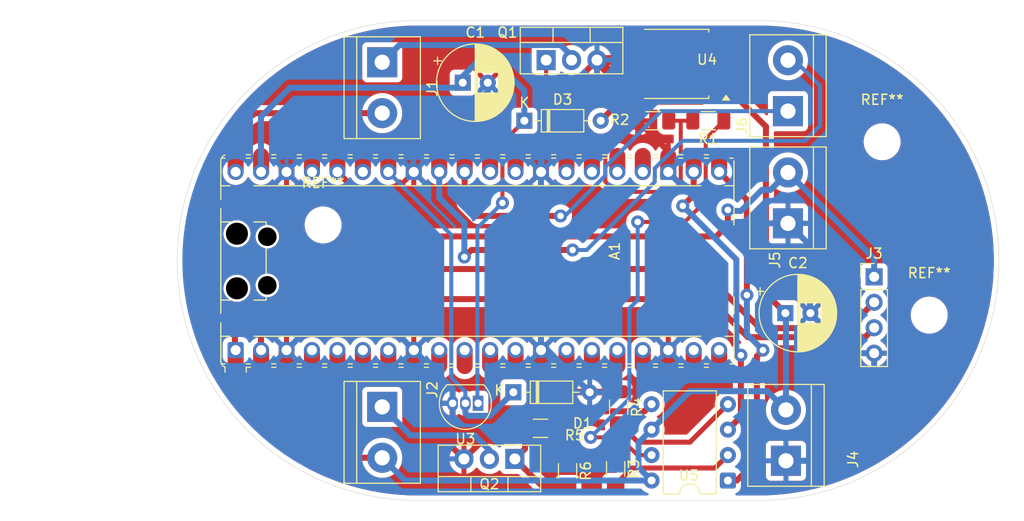
<source format=kicad_pcb>
(kicad_pcb (version 20241229) (generator "pcbnew") (generator_version "9.0")
  (layers (0 "F.Cu" signal) (2 "B.Cu" signal) (13 "F.Paste" user) (15 "B.Paste" user) (5 "F.SilkS" user "F.Silkscreen") (7 "B.SilkS" user "B.Silkscreen") (1 "F.Mask" user) (3 "B.Mask" user) (25 "Edge.Cuts" user))
  (net 0 "")
  (net 1 "GND")
  (net 2 "Net-(Q1-G)")
  (net 3 "Net-(R1-Pad1)")
  (net 10 "Net-(A1-GPIO16)")
  (net 14 "Net-(A1-GPIO17)")
  (net 19 "Net-(A1-GPIO1)")
  (net 20 "Net-(A1-GPIO26_ADC0)")
  (net 24 "Net-(A1-GPIO0)")
  (net 25 "Net-(A1-VSYS)")
  (net 28 "Net-(A1-GPIO27_ADC1)")
  (net 29 "Net-(A1-GPIO28_ADC2)")
  (net 34 "Net-(A1-3V3)")
  (net 36 "+24V")
  (net 37 "Net-(D3-A)")
  (net 38 "Net-(J1-Pin_1)")
  (net 39 "Net-(J2-Pin_1)")
  (net 40 "Net-(Q2-G)")
  (net 41 "Net-(R3-Pad2)")
  (net 42 "Net-(R4-Pad2)")
  (net 43 "Net-(R5-Pad1)")
  (footprint "MountingHole:MountingHole_3.2mm_M3" (layer "F.Cu") (at 118.1 91.9)
    (property "Reference" "REF**")
    (property "Value" "MountingHole_3.2mm_M3")
  )
  (footprint "Capacitor_THT:CP_Radial_D7.5mm_P2.50mm" (layer "F.Cu") (at 164.238606 100.7)
    (property "Reference" "C2")
    (property "Value" "100µF30V")
  )
  (footprint "Package_TO_SOT_THT:TO-92_Inline" (layer "F.Cu") (at 133.57 109.7 180)
    (property "Reference" "U3")
    (property "Value" "LM35-LP")
  )
  (footprint "Resistor_SMD:R_1206_3216Metric_Pad1.30x1.75mm_HandSolder" (layer "F.Cu") (at 156.55 81.5 180)
    (property "Reference" "R1")
    (property "Value" "100")
  )
  (footprint "Diode_THT:D_DO-35_SOD27_P7.62mm_Horizontal" (layer "F.Cu") (at 138.19 81.5)
    (property "Reference" "D3")
    (property "Value" "1N4149")
  )
  (footprint "Diode_THT:D_DO-35_SOD27_P7.62mm_Horizontal" (layer "F.Cu") (at 137.09 108.6)
    (property "Reference" "D1")
    (property "Value" "3V")
  )
  (footprint "Package_TO_SOT_THT:TO-220-3_Vertical" (layer "F.Cu") (at 137.24 115.255 180)
    (property "Reference" "Q2")
    (property "Value" "IRF540N")
  )
  (footprint "TerminalBlock:TerminalBlock_bornier-2_P5.08mm" (layer "F.Cu") (at 164.3 115.44 90)
    (property "Reference" "J4")
    (property "Value" "Screw_Terminal_01x02")
  )
  (footprint "Capacitor_THT:CP_Radial_D7.5mm_P2.50mm" (layer "F.Cu") (at 132.038606 77.7)
    (property "Reference" "C1")
    (property "Value" "100µF")
  )
  (footprint "Package_DIP:DIP-8_W7.62mm" (layer "F.Cu") (at 158.505 117.41 180)
    (property "Reference" "U5")
    (property "Value" "PC827")
  )
  (footprint "Package_TO_SOT_THT:TO-220-3_Vertical" (layer "F.Cu") (at 140.36 75.445)
    (property "Reference" "Q1")
    (property "Value" "IRF540N")
  )
  (footprint "Resistor_SMD:R_1206_3216Metric_Pad1.30x1.75mm_HandSolder" (layer "F.Cu") (at 139.8 112.2 180)
    (property "Reference" "R5")
    (property "Value" "100")
  )
  (footprint "Resistor_SMD:R_1206_3216Metric_Pad1.30x1.75mm_HandSolder" (layer "F.Cu") (at 147.3 116.25 -90)
    (property "Reference" "R3")
    (property "Value" "1k")
  )
  (footprint "Module:RaspberryPi_Pico_Common_Unspecified" (layer "F.Cu") (at 133.5 95.5 90)
    (property "Reference" "A1")
    (property "Value" "RaspberryPi_Pico")
  )
  (footprint "Connector_PinHeader_2.54mm:PinHeader_1x04_P2.54mm_Vertical" (layer "F.Cu") (at 173.1 97.08)
    (property "Reference" "J3")
    (property "Value" "Conn_01x04")
  )
  (footprint "TerminalBlock:TerminalBlock_bornier-2_P5.08mm" (layer "F.Cu") (at 124 75.66 -90)
    (property "Reference" "J1")
    (property "Value" "Screw_Terminal_01x02")
  )
  (footprint "TerminalBlock:TerminalBlock_bornier-2_P5.08mm" (layer "F.Cu") (at 164.5 91.74 90)
    (property "Reference" "J5")
    (property "Value" "Screw_Terminal_01x02")
  )
  (footprint "MountingHole:MountingHole_3.2mm_M3" (layer "F.Cu") (at 173.9 83.6)
    (property "Reference" "REF**")
    (property "Value" "MountingHole_3.2mm_M3")
  )
  (footprint "Resistor_SMD:R_1206_3216Metric_Pad1.30x1.75mm_HandSolder" (layer "F.Cu") (at 142.5 116.45 -90)
    (property "Reference" "R6")
    (property "Value" "1k")
  )
  (footprint "TerminalBlock:TerminalBlock_bornier-2_P5.08mm" (layer "F.Cu") (at 164.5 80.54 90)
    (property "Reference" "J6")
    (property "Value" "Screw_Terminal_01x02")
  )
  (footprint "Resistor_SMD:R_1206_3216Metric_Pad1.30x1.75mm_HandSolder" (layer "F.Cu") (at 151.05 81.5)
    (property "Reference" "R2")
    (property "Value" "1k")
  )
  (footprint "Package_TO_SOT_SMD:TO-252-2" (layer "F.Cu") (at 153.285 75.825 180)
    (property "Reference" "U4")
    (property "Value" "LF50_TO252")
  )
  (footprint "Resistor_SMD:R_1206_3216Metric_Pad1.30x1.75mm_HandSolder" (layer "F.Cu") (at 147.6 110.1 -90)
    (property "Reference" "R4")
    (property "Value" "1k")
  )
  (footprint "TerminalBlock:TerminalBlock_bornier-2_P5.08mm" (layer "F.Cu") (at 124 110.06 -90)
    (property "Reference" "J2")
    (property "Value" "Screw_Terminal_01x02")
  )
  (footprint "MountingHole:MountingHole_3.2mm_M3" (layer "F.Cu") (at 178.6 100.9)
    (property "Reference" "REF**")
    (property "Value" "MountingHole_3.2mm_M3")
  )
  (gr_line (start 161.554995 119.4) (end 127.549249 119.399998) (stroke (width 0.05)) (layer "Edge.Cuts"))
  (gr_arc (start 127.549249 119.399999) (mid 103.55 95.497424) (end 127.454531 71.500123) (stroke (width 0.05)) (layer "Edge.Cuts"))
  (gr_line (start 127.455085 71.500123) (end 161.644692 71.500122) (stroke (width 0.05)) (layer "Edge.Cuts"))
  (gr_arc (start 161.644718 71.500122) (mid 185.54925 95.497424) (end 161.55 119.4) (stroke (width 0.05)) (layer "Edge.Cuts"))
  (segment (start 147.345 77.35) (end 145.44 75.445) (width 1) (layer "F.Cu") (net 1))
  (segment (start 147.55 108.6) (end 147.6 108.55) (width 0.6) (layer "F.Cu") (net 1))
  (segment (start 139.9 113.3) (end 141.5 114.9) (width 0.6) (layer "F.Cu") (net 1))
  (segment (start 149.0825 75.445) (end 150.425 74.1025) (width 0.6) (layer "F.Cu") (net 1))
  (segment (start 147.6 108.55) (end 142.35 108.55) (width 0.6) (layer "F.Cu") (net 1))
  (segment (start 152.55 84.55) (end 149.5 81.5) (width 0.6) (layer "F.Cu") (net 1))
  (segment (start 142.35 108.55) (end 139.9 111) (width 0.6) (layer "F.Cu") (net 1))
  (segment (start 152.55 104.39) (end 152.55 105.85) (width 0.6) (layer "F.Cu") (net 1))
  (segment (start 142.5 114.9) (end 147.1 114.9) (width 0.6) (layer "F.Cu") (net 1))
  (segment (start 132.16 115.255) (end 131.03 114.125) (width 0.6) (layer "F.Cu") (net 1))
  (segment (start 141.5 114.9) (end 142.5 114.9) (width 0.6) (layer "F.Cu") (net 1))
  (segment (start 140.6 110.3) (end 142.3 108.6) (width 0.6) (layer "F.Cu") (net 1))
  (segment (start 132.16 115.255) (end 137.115 110.3) (width 0.6) (layer "F.Cu") (net 1))
  (segment (start 131.03 114.125) (end 131.03 109.7) (width 0.6) (layer "F.Cu") (net 1))
  (segment (start 152.55 86.61) (end 152.55 84.55) (width 0.4) (layer "F.Cu") (net 1))
  (segment (start 142.3 108.6) (end 144.71 108.6) (width 0.6) (layer "F.Cu") (net 1))
  (segment (start 150.35 77.35) (end 147.345 77.35) (width 1) (layer "F.Cu") (net 1))
  (segment (start 149.85 108.55) (end 147.6 108.55) (width 0.6) (layer "F.Cu") (net 1))
  (segment (start 143.9 81.8) (end 143.9 76.985) (width 0.6) (layer "F.Cu") (net 1))
  (segment (start 139.9 111) (end 139.9 113.3) (width 0.6) (layer "F.Cu") (net 1))
  (segment (start 143.9 76.985) (end 145.44 75.445) (width 0.6) (layer "F.Cu") (net 1))
  (segment (start 147.9 83.1) (end 145.2 83.1) (width 0.6) (layer "F.Cu") (net 1))
  (segment (start 149.5 81.5) (end 147.9 83.1) (width 0.6) (layer "F.Cu") (net 1))
  (segment (start 147.1 114.9) (end 147.3 114.7) (width 0.6) (layer "F.Cu") (net 1))
  (segment (start 152.55 105.85) (end 149.85 108.55) (width 0.6) (layer "F.Cu") (net 1))
  (segment (start 144.71 108.6) (end 147.55 108.6) (width 0.6) (layer "F.Cu") (net 1))
  (segment (start 145.44 75.445) (end 149.0825 75.445) (width 1) (layer "F.Cu") (net 1))
  (segment (start 137.115 110.3) (end 140.6 110.3) (width 0.6) (layer "F.Cu") (net 1))
  (segment (start 145.2 83.1) (end 143.9 81.8) (width 0.6) (layer "F.Cu") (net 1))
  (segment (start 139.85 86.61) (end 139.9 86.56) (width 0.6) (layer "B.Cu") (net 1))
  (segment (start 134.538606 77.7) (end 134.538606 80.738606) (width 0.6) (layer "B.Cu") (net 1))
  (segment (start 134.538606 77.7) (end 134.538606 78.561394) (width 0.6) (layer "B.Cu") (net 1))
  (segment (start 134.538606 78.561394) (end 133.5 79.6) (width 0.6) (layer "B.Cu") (net 1))
  (segment (start 137.1 83.3) (end 138 83.3) (width 0.6) (layer "B.Cu") (net 1))
  (segment (start 127.1 82) (end 127.1 86.56) (width 0.6) (layer "B.Cu") (net 1))
  (segment (start 125.5 83.4) (end 127.15 85.05) (width 0.4) (layer "B.Cu") (net 1))
  (segment (start 114.45 104.39) (end 117.74 101.1) (width 0.6) (layer "B.Cu") (net 1))
  (segment (start 116.1 83.4) (end 125.5 83.4) (width 0.4) (layer "B.Cu") (net 1))
  (segment (start 145.44 77.96) (end 145.44 75.445) (width 0.6) (layer "B.Cu") (net 1))
  (segment (start 131.03 109.7) (end 131.03 108.27) (width 0.6) (layer "B.Cu") (net 1))
  (segment (start 173.1 104.7) (end 170.7 104.7) (width 0.6) (layer "B.Cu") (net 1))
  (segment (start 133.5 79.6) (end 129.5 79.6) (width 0.6) (layer "B.Cu") (net 1))
  (segment (start 134.538606 80.738606) (end 137.1 83.3) (width 0.6) (layer "B.Cu") (net 1))
  (segment (start 123.86 101.1) (end 127.15 104.39) (width 0.6) (layer "B.Cu") (net 1))
  (segment (start 173.1 104.7) (end 173.1 109) (width 0.6) (layer "B.Cu") (net 1))
  (segment (start 139.85 85.15) (end 139.85 86.61) (width 0.6) (layer "B.Cu") (net 1))
  (segment (start 114.45 85.05) (end 116.1 83.4) (width 0.4) (layer "B.Cu") (net 1))
  (segment (start 166.7 93.94) (end 166.7 100.661394) (width 0.6) (layer "B.Cu") (net 1))
  (segment (start 139.85 104.39) (end 139.85 86.61) (width 0.6) (layer "B.Cu") (net 1))
  (segment (start 127.15 85.05) (end 127.15 86.61) (width 0.4) (layer "B.Cu") (net 1))
  (segment (start 131.03 108.27) (end 127.15 104.39) (width 0.6) (layer "B.Cu") (net 1))
  (segment (start 166.7 100.661394) (end 166.738606 100.7) (width 0.6) (layer "B.Cu") (net 1))
  (segment (start 170.7 104.7) (end 166.738606 100.738606) (width 0.6) (layer "B.Cu") (net 1))
  (segment (start 114.45 86.61) (end 114.45 85.05) (width 0.4) (layer "B.Cu") (net 1))
  (segment (start 173.1 109) (end 166.66 115.44) (width 0.6) (layer "B.Cu") (net 1))
  (segment (start 139.9 86.56) (end 139.9 83.5) (width 0.6) (layer "B.Cu") (net 1))
  (segment (start 138 83.3) (end 139.85 85.15) (width 0.6) (layer "B.Cu") (net 1))
  (segment (start 117.74 101.1) (end 123.86 101.1) (width 0.6) (layer "B.Cu") (net 1))
  (segment (start 144.71 108.6) (end 140.5 104.39) (width 0.6) (layer "B.Cu") (net 1))
  (segment (start 157.68 91.74) (end 164.5 91.74) (width 0.6) (layer "B.Cu") (net 1))
  (segment (start 152.55 86.61) (end 157.68 91.74) (width 0.6) (layer "B.Cu") (net 1))
  (segment (start 166.66 115.44) (end 164.3 115.44) (width 0.6) (layer "B.Cu") (net 1))
  (segment (start 127.1 86.56) (end 127.15 86.61) (width 0.6) (layer "B.Cu") (net 1))
  (segment (start 164.5 91.74) (end 166.7 93.94) (width 0.6) (layer "B.Cu") (net 1))
  (segment (start 139.9 83.5) (end 145.44 77.96) (width 0.6) (layer "B.Cu") (net 1))
  (segment (start 140.5 104.39) (end 139.85 104.39) (width 0.6) (layer "B.Cu") (net 1))
  (segment (start 166.738606 100.738606) (end 166.738606 100.7) (width 0.6) (layer "B.Cu") (net 1))
  (segment (start 129.5 79.6) (end 127.1 82) (width 0.6) (layer "B.Cu") (net 1))
  (segment (start 144.509 83.809) (end 145.427472 83.809) (width 0.4) (layer "F.Cu") (net 2))
  (segment (start 153 88.6) (end 153.8 87.8) (width 0.4) (layer "F.Cu") (net 2))
  (segment (start 146.269 87.569) (end 147.3 88.6) (width 0.4) (layer "F.Cu") (net 2))
  (segment (start 152.6 81.5) (end 153.8 81.5) (width 0.4) (layer "F.Cu") (net 2))
  (segment (start 140.36 79.66) (end 144.509 83.809) (width 0.4) (layer "F.Cu") (net 2))
  (segment (start 140.36 75.445) (end 140.36 79.66) (width 0.4) (layer "F.Cu") (net 2))
  (segment (start 147.3 88.6) (end 153 88.6) (width 0.4) (layer "F.Cu") (net 2))
  (segment (start 153.8 87.8) (end 153.8 81.5) (width 0.4) (layer "F.Cu") (net 2))
  (segment (start 146.269 84.650528) (end 146.269 87.569) (width 0.4) (layer "F.Cu") (net 2))
  (segment (start 153.8 81.5) (end 155 81.5) (width 0.4) (layer "F.Cu") (net 2))
  (segment (start 145.427472 83.809) (end 146.269 84.650528) (width 0.4) (layer "F.Cu") (net 2))
  (segment (start 156.291 89.509) (end 156.291 83.309) (width 0.4) (layer "F.Cu") (net 3))
  (segment (start 154.2 91.6) (end 156.291 89.509) (width 0.4) (layer "F.Cu") (net 3))
  (segment (start 149.47 114.87) (end 150.885 114.87) (width 0.4) (layer "F.Cu") (net 3))
  (segment (start 147.7 113.1) (end 149.47 114.87) (width 0.4) (layer "F.Cu") (net 3))
  (segment (start 144.8 113.1) (end 147.7 113.1) (width 0.4) (layer "F.Cu") (net 3))
  (segment (start 149.5 91.6) (end 154.2 91.6) (width 0.4) (layer "F.Cu") (net 3))
  (segment (start 156.291 83.309) (end 158.1 81.5) (width 0.4) (layer "F.Cu") (net 3))
  (via (at 144.8 113.1) (size 1.3) (drill 0.65) (layers "F.Cu" "B.Cu") (net 3))
  (via (at 149.5 91.6) (size 1.3) (drill 0.65) (layers "F.Cu" "B.Cu") (net 3))
  (segment (start 148.671 100.229) (end 148.671 109.229) (width 0.4) (layer "B.Cu") (net 3))
  (segment (start 149.5 91.6) (end 149.5 99.4) (width 0.4) (layer "B.Cu") (net 3))
  (segment (start 149.5 99.4) (end 148.671 100.229) (width 0.4) (layer "B.Cu") (net 3))
  (segment (start 148.671 109.229) (end 144.8 113.1) (width 0.4) (layer "B.Cu") (net 3))
  (segment (start 160.4 89.38) (end 160.4 98.9) (width 0.6) (layer "F.Cu") (net 10))
  (segment (start 157.63 86.61) (end 160.4 89.38) (width 0.6) (layer "F.Cu") (net 10))
  (segment (start 162 104.4) (end 161.4 105) (width 0.6) (layer "F.Cu") (net 10))
  (segment (start 161.4 105) (end 161.4 115.4) (width 0.6) (layer "F.Cu") (net 10))
  (segment (start 161.4 115.4) (end 159.39 117.41) (width 0.6) (layer "F.Cu") (net 10))
  (segment (start 159.39 117.41) (end 158.505 117.41) (width 0.6) (layer "F.Cu") (net 10))
  (via (at 162 104.4) (size 1.3) (drill 0.65) (layers "F.Cu" "B.Cu") (net 10))
  (via (at 160.4 98.9) (size 1.3) (drill 0.65) (layers "F.Cu" "B.Cu") (net 10))
  (segment (start 160.4 102.8) (end 160.4 98.9) (width 0.6) (layer "B.Cu") (net 10))
  (segment (start 162 104.4) (end 160.4 102.8) (width 0.6) (layer "B.Cu") (net 10))
  (segment (start 159.8 111.035) (end 159.8 104.9) (width 0.6) (layer "F.Cu") (net 14))
  (segment (start 154 90) (end 155.09 88.91) (width 0.6) (layer "F.Cu") (net 14))
  (segment (start 158.505 112.33) (end 159.8 111.035) (width 0.6) (layer "F.Cu") (net 14))
  (segment (start 155.09 88.91) (end 155.09 85.81) (width 0.6) (layer "F.Cu") (net 14))
  (via (at 154 90) (size 1.3) (drill 0.65) (layers "F.Cu" "B.Cu") (net 14))
  (via (at 159.8 104.9) (size 1.3) (drill 0.65) (layers "F.Cu" "B.Cu") (net 14))
  (segment (start 159.349 104.449) (end 159.349 95.349) (width 0.6) (layer "B.Cu") (net 14))
  (segment (start 159.349 95.349) (end 154 90) (width 0.6) (layer "B.Cu") (net 14))
  (segment (start 159.8 104.9) (end 159.349 104.449) (width 0.6) (layer "B.Cu") (net 14))
  (segment (start 115.25 99.3) (end 111.9 102.65) (width 0.6) (layer "F.Cu") (net 19))
  (segment (start 173.12 102.18) (end 172.2 103.1) (width 0.6) (layer "F.Cu") (net 19))
  (segment (start 172.2 103.1) (end 160.5 103.1) (width 0.6) (layer "F.Cu") (net 19))
  (segment (start 156.7 99.3) (end 115.25 99.3) (width 0.6) (layer "F.Cu") (net 19))
  (segment (start 160.5 103.1) (end 156.7 99.3) (width 0.6) (layer "F.Cu") (net 19))
  (segment (start 173.1 102.16) (end 173.12 102.18) (width 0.6) (layer "F.Cu") (net 19))
  (segment (start 111.9 104.38) (end 111.91 104.39) (width 0.6) (layer "F.Cu") (net 19))
  (segment (start 111.9 102.65) (end 111.9 104.38) (width 0.6) (layer "F.Cu") (net 19))
  (segment (start 133.513661 91) (end 132.23 89.716339) (width 0.6) (layer "F.Cu") (net 20))
  (segment (start 132.23 89.716339) (end 132.23 86.61) (width 0.6) (layer "F.Cu") (net 20))
  (segment (start 141.8 91) (end 133.513661 91) (width 0.6) (layer "F.Cu") (net 20))
  (via (at 141.8 91) (size 1.3) (drill 0.65) (layers "F.Cu" "B.Cu") (net 20))
  (segment (start 146.269 86.969471) (end 142.238471 91) (width 0.4) (layer "B.Cu") (net 20))
  (segment (start 146.269 86.112529) (end 146.269 86.969471) (width 0.4) (layer "B.Cu") (net 20))
  (segment (start 151.841529 80.54) (end 146.269 86.112529) (width 0.4) (layer "B.Cu") (net 20))
  (segment (start 142.238471 91) (end 141.8 91) (width 0.4) (layer "B.Cu") (net 20))
  (segment (start 164.5 80.54) (end 151.841529 80.54) (width 0.4) (layer "B.Cu") (net 20))
  (segment (start 109.3 104.32) (end 109.37 104.39) (width 0.6) (layer "F.Cu") (net 24))
  (segment (start 114.006 98.536379) (end 113.141379 99.401) (width 0.6) (layer "F.Cu") (net 24))
  (segment (start 113.141379 99.401) (end 112.399 99.401) (width 0.6) (layer "F.Cu") (net 24))
  (segment (start 155.8 96.3) (end 115.5 96.3) (width 0.6) (layer "F.Cu") (net 24))
  (segment (start 170.52 102.2) (end 161.7 102.2) (width 0.6) (layer "F.Cu") (net 24))
  (segment (start 115.5 96.3) (end 114.006 97.794) (width 0.6) (layer "F.Cu") (net 24))
  (segment (start 173.1 99.62) (end 170.52 102.2) (width 0.6) (layer "F.Cu") (net 24))
  (segment (start 161.7 102.2) (end 155.8 96.3) (width 0.6) (layer "F.Cu") (net 24))
  (segment (start 112.399 99.401) (end 109.3 102.5) (width 0.6) (layer "F.Cu") (net 24))
  (segment (start 109.3 102.5) (end 109.3 104.32) (width 0.6) (layer "F.Cu") (net 24))
  (segment (start 114.006 97.794) (end 114.006 98.536379) (width 0.6) (layer "F.Cu") (net 24))
  (segment (start 136 89.7) (end 136 83.69) (width 0.4) (layer "F.Cu") (net 25))
  (segment (start 136 83.69) (end 138.19 81.5) (width 0.4) (layer "F.Cu") (net 25))
  (via (at 136 89.7) (size 1.3) (drill 0.65) (layers "F.Cu" "B.Cu") (net 25))
  (segment (start 133.4 75.7) (end 132.038606 77.061394) (width 0.6) (layer "B.Cu") (net 25))
  (segment (start 135.4 75.7) (end 133.4 75.7) (width 0.6) (layer "B.Cu") (net 25))
  (segment (start 133.5 92.2) (end 133.5 109.63) (width 0.4) (layer "B.Cu") (net 25))
  (segment (start 138.19 81.5) (end 138.19 78.49) (width 0.6) (layer "B.Cu") (net 25))
  (segment (start 114.8 78.2) (end 131.538606 78.2) (width 0.6) (layer "B.Cu") (net 25))
  (segment (start 133.5 109.63) (end 133.57 109.7) (width 0.4) (layer "B.Cu") (net 25))
  (segment (start 136 89.7) (end 133.5 92.2) (width 0.4) (layer "B.Cu") (net 25))
  (segment (start 131.538606 78.2) (end 132.038606 77.7) (width 0.6) (layer "B.Cu") (net 25))
  (segment (start 111.9 81.1) (end 114.8 78.2) (width 0.6) (layer "B.Cu") (net 25))
  (segment (start 138.19 78.49) (end 135.4 75.7) (width 0.6) (layer "B.Cu") (net 25))
  (segment (start 111.91 86.61) (end 111.9 86.6) (width 0.6) (layer "B.Cu") (net 25))
  (segment (start 132.038606 77.061394) (end 132.038606 77.7) (width 0.6) (layer "B.Cu") (net 25))
  (segment (start 111.9 86.6) (end 111.9 81.1) (width 0.6) (layer "B.Cu") (net 25))
  (segment (start 132.9 94.4) (end 132.2 95.1) (width 0.6) (layer "F.Cu") (net 28))
  (segment (start 143 94.4) (end 132.9 94.4) (width 0.6) (layer "F.Cu") (net 28))
  (via (at 132.2 95.1) (size 1.3) (drill 0.65) (layers "F.Cu" "B.Cu") (net 28))
  (via (at 143 94.4) (size 1.3) (drill 0.65) (layers "F.Cu" "B.Cu") (net 28))
  (segment (start 151.211 87.107471) (end 151.2 87.118471) (width 0.4) (layer "B.Cu") (net 28))
  (segment (start 151.2 87.118471) (end 151.2 87.605016) (width 0.4) (layer "B.Cu") (net 28))
  (segment (start 167.7 78) (end 167.7 82) (width 0.4) (layer "B.Cu") (net 28))
  (segment (start 164.5 75.46) (end 165.16 75.46) (width 0.4) (layer "B.Cu") (net 28))
  (segment (start 151.211 86.243456) (end 151.211 87.107471) (width 0.4) (layer "B.Cu") (net 28))
  (segment (start 144.405016 94.4) (end 143 94.4) (width 0.4) (layer "B.Cu") (net 28))
  (segment (start 151.2 87.605016) (end 144.405016 94.4) (width 0.4) (layer "B.Cu") (net 28))
  (segment (start 132.2 95.1) (end 132.2 91.7) (width 0.6) (layer "B.Cu") (net 28))
  (segment (start 167.7 82) (end 166.2 83.5) (width 0.4) (layer "B.Cu") (net 28))
  (segment (start 166.2 83.5) (end 153.954456 83.5) (width 0.4) (layer "B.Cu") (net 28))
  (segment (start 165.16 75.46) (end 167.7 78) (width 0.4) (layer "B.Cu") (net 28))
  (segment (start 129.69 89.19) (end 129.69 86.61) (width 0.6) (layer "B.Cu") (net 28))
  (segment (start 153.954456 83.5) (end 151.211 86.243456) (width 0.4) (layer "B.Cu") (net 28))
  (segment (start 132.2 91.7) (end 129.69 89.19) (width 0.6) (layer "B.Cu") (net 28))
  (segment (start 134.739 110.951) (end 137.09 108.6) (width 0.6) (layer "B.Cu") (net 29))
  (segment (start 132.3 109.7) (end 132.3 110.707) (width 0.6) (layer "B.Cu") (net 29))
  (segment (start 132.3 108.548636) (end 132.3 109.7) (width 0.4) (layer "B.Cu") (net 29))
  (segment (start 132.3 110.707) (end 132.544 110.951) (width 0.6) (layer "B.Cu") (net 29))
  (segment (start 130.891 107.139636) (end 132.3 108.548636) (width 0.4) (layer "B.Cu") (net 29))
  (segment (start 130.891 92.891) (end 130.891 107.139636) (width 0.4) (layer "B.Cu") (net 29))
  (segment (start 124.61 86.61) (end 130.891 92.891) (width 0.4) (layer "B.Cu") (net 29))
  (segment (start 132.544 110.951) (end 134.739 110.951) (width 0.6) (layer "B.Cu") (net 29))
  (segment (start 157.354508 93.045492) (end 125.965492 93.045492) (width 0.6) (layer "F.Cu") (net 34))
  (segment (start 158.5 90.4) (end 158.5 91.9) (width 0.6) (layer "F.Cu") (net 34))
  (segment (start 125.965492 93.045492) (end 119.53 86.61) (width 0.6) (layer "F.Cu") (net 34))
  (segment (start 158.5 91.9) (end 157.354508 93.045492) (width 0.6) (layer "F.Cu") (net 34))
  (via (at 158.5 90.4) (size 1.3) (drill 0.65) (layers "F.Cu" "B.Cu") (net 34))
  (segment (start 162.76 88.4) (end 164.5 86.66) (width 0.6) (layer "B.Cu") (net 34))
  (segment (start 158.6 90.5) (end 159.8 90.5) (width 0.6) (layer "B.Cu") (net 34))
  (segment (start 159.8 90.5) (end 161.9 88.4) (width 0.6) (layer "B.Cu") (net 34))
  (segment (start 158.5 90.4) (end 158.6 90.5) (width 0.4) (layer "B.Cu") (net 34))
  (segment (start 173.1 95.26) (end 173.1 97.08) (width 0.6) (layer "B.Cu") (net 34))
  (segment (start 161.9 88.4) (end 162.76 88.4) (width 0.6) (layer "B.Cu") (net 34))
  (segment (start 164.5 86.66) (end 173.1 95.26) (width 0.6) (layer "B.Cu") (net 34))
  (segment (start 124 80.74) (end 111.36 80.74) (width 0.6) (layer "F.Cu") (net 36))
  (segment (start 108.1 82.9) (end 106.4 85.960959) (width 0.6) (layer "F.Cu") (net 36))
  (segment (start 111.36 80.74) (end 108.1 82.9) (width 0.6) (layer "F.Cu") (net 36))
  (segment (start 106.4 104.6) (end 106.97248 106.126614) (width 0.6) (layer "F.Cu") (net 36))
  (segment (start 106.4 85.960959) (end 106.4 104.6) (width 0.6) (layer "F.Cu") (net 36))
  (segment (start 115.334099 115.134099) (end 115.343171 115.14) (width 0.6) (layer "F.Cu") (net 36))
  (segment (start 107.849 107.649) (end 115.334099 115.134099) (width 0.6) (layer "F.Cu") (net 36))
  (segment (start 162.3 98.761394) (end 162.3 82.08) (width 0.6) (layer "F.Cu") (net 36))
  (segment (start 162.3 82.08) (end 158.325 78.105) (width 0.6) (layer "F.Cu") (net 36))
  (segment (start 164.238606 100.7) (end 162.3 98.761394) (width 0.6) (layer "F.Cu") (net 36))
  (segment (start 107.172142 106.493797) (end 107.849 107.649) (width 0.6) (layer "F.Cu") (net 36))
  (segment (start 115.343171 115.14) (end 124 115.14) (width 0.6) (layer "F.Cu") (net 36))
  (segment (start 106.97248 106.126614) (end 107.172142 106.493797) (width 0.6) (layer "F.Cu") (net 36))
  (segment (start 164.3 100.761394) (end 164.238606 100.7) (width 0.6) (layer "B.Cu") (net 36))
  (segment (start 149.584 113.631) (end 149.584 116.109) (width 0.6) (layer "B.Cu") (net 36))
  (segment (start 164.3 110.36) (end 164.3 100.761394) (width 0.6) (layer "B.Cu") (net 36))
  (segment (start 149.584 116.109) (end 150.885 117.41) (width 0.6) (layer "B.Cu") (net 36))
  (segment (start 164.3 110.36) (end 162.429 108.489) (width 0.6) (layer "B.Cu") (net 36))
  (segment (start 150.885 112.33) (end 149.584 113.631) (width 0.6) (layer "B.Cu") (net 36))
  (segment (start 162.429 108.489) (end 154.726 108.489) (width 0.6) (layer "B.Cu") (net 36))
  (segment (start 124 115.14) (end 126.27 117.41) (width 0.6) (layer "B.Cu") (net 36))
  (segment (start 154.726 108.489) (end 150.885 112.33) (width 0.6) (layer "B.Cu") (net 36))
  (segment (start 126.27 117.41) (end 150.885 117.41) (width 0.6) (layer "B.Cu") (net 36))
  (segment (start 155.897002 79.6) (end 156.4 79.097002) (width 0.6) (layer "F.Cu") (net 37))
  (segment (start 145.81 81.5) (end 147.71 79.6) (width 0.6) (layer "F.Cu") (net 37))
  (segment (start 147.71 79.6) (end 155.897002 79.6) (width 0.6) (layer "F.Cu") (net 37))
  (segment (start 156.4 75.3475) (end 158.4 73.3475) (width 0.6) (layer "F.Cu") (net 37))
  (segment (start 156.4 79.097002) (end 156.4 75.3475) (width 0.6) (layer "F.Cu") (net 37))
  (segment (start 124 75.66) (end 125.716 73.944) (width 0.6) (layer "B.Cu") (net 38))
  (segment (start 142.9 75.0305) (end 142.9 75.445) (width 0.6) (layer "B.Cu") (net 38))
  (segment (start 141.8135 73.944) (end 142.9 75.0305) (width 0.6) (layer "B.Cu") (net 38))
  (segment (start 125.716 73.944) (end 141.8135 73.944) (width 0.6) (layer "B.Cu") (net 38))
  (segment (start 124 110.06) (end 126.84 112.9) (width 0.6) (layer "B.Cu") (net 39))
  (segment (start 133.228352 112.9) (end 134.7 114.371648) (width 0.6) (layer "B.Cu") (net 39))
  (segment (start 126.84 112.9) (end 133.228352 112.9) (width 0.6) (layer "B.Cu") (net 39))
  (segment (start 134.7 114.371648) (end 134.7 115.255) (width 0.6) (layer "B.Cu") (net 39))
  (segment (start 138.25 114.245) (end 137.24 115.255) (width 0.6) (layer "F.Cu") (net 40))
  (segment (start 139.985 118) (end 137.24 115.255) (width 0.6) (layer "F.Cu") (net 40))
  (segment (start 138.25 112.2) (end 138.25 114.245) (width 0.6) (layer "F.Cu") (net 40))
  (segment (start 142.5 118) (end 139.985 118) (width 0.6) (layer "F.Cu") (net 40))
  (segment (start 147.3 117.8) (end 148.941 116.159) (width 0.5) (layer "F.Cu") (net 41))
  (segment (start 148.941 116.159) (end 157.216 116.159) (width 0.5) (layer "F.Cu") (net 41))
  (segment (start 157.216 116.159) (end 158.505 114.87) (width 0.5) (layer "F.Cu") (net 41))
  (segment (start 154.714 113.581) (end 158.505 109.79) (width 0.5) (layer "F.Cu") (net 42))
  (segment (start 149.531 113.581) (end 154.714 113.581) (width 0.5) (layer "F.Cu") (net 42))
  (segment (start 147.6 111.65) (end 149.531 113.581) (width 0.5) (layer "F.Cu") (net 42))
  (segment (start 150.176 110.499) (end 150.885 109.79) (width 0.6) (layer "F.Cu") (net 43))
  (segment (start 143.051 110.499) (end 150.176 110.499) (width 0.6) (layer "F.Cu") (net 43))
  (segment (start 141.35 112.2) (end 143.051 110.499) (width 0.6) (layer "F.Cu") (net 43))
  (zone (net 1) (net_name "GND") (layers "F.Cu" "B.Cu") (connect_pads (clearance 0.5)) (min_thickness 0.25) (fill yes (thermal_gap 0.5) (thermal_bridge_width 0.5))
    (polygon (pts (xy 185.6 71.5) (xy 185.6 119.4) (xy 103.574743 119.4) (xy 103.474743 71.5)))
  )
)
</source>
